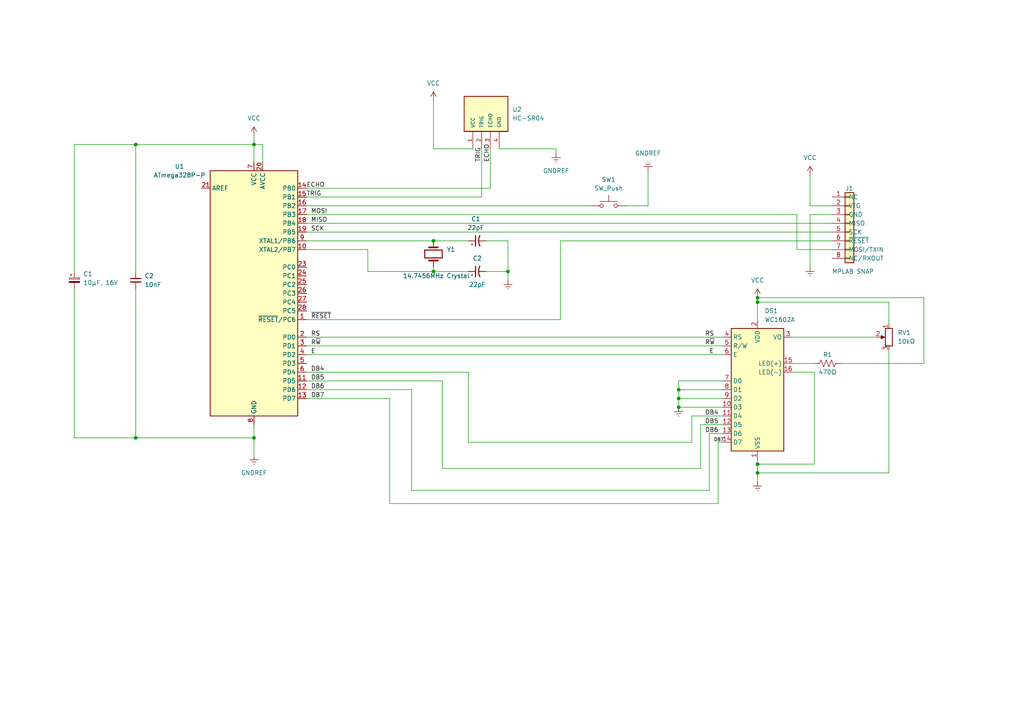
<source format=kicad_sch>
(kicad_sch (version 20211123) (generator eeschema)

  (uuid ed8d0c76-b4e4-44be-927e-1598f9d61176)

  (paper "A4")

  (title_block
    (title "ECE 312 Lab 2: Ultrasonic Range Finder")
    (company "University of Alberta")
    (comment 1 "ISP Mode")
    (comment 2 "R1 is used to reduce the voltage on the LED+ pin")
  )

  (lib_symbols
    (symbol "Connector_Generic:Conn_01x08" (pin_names (offset 1.016)) (in_bom yes) (on_board yes)
      (property "Reference" "J1" (id 0) (at -1.27 10.16 0)
        (effects (font (size 1.27 1.27)) (justify left))
      )
      (property "Value" "MPLAB SNAP" (id 1) (at -5.08 -13.97 0)
        (effects (font (size 1.27 1.27)) (justify left))
      )
      (property "Footprint" "" (id 2) (at 0 0 0)
        (effects (font (size 1.27 1.27)) hide)
      )
      (property "Datasheet" "~" (id 3) (at 0 0 0)
        (effects (font (size 1.27 1.27)) hide)
      )
      (property "ki_keywords" "connector" (id 4) (at 0 0 0)
        (effects (font (size 1.27 1.27)) hide)
      )
      (property "ki_description" "Generic connector, single row, 01x08, script generated (kicad-library-utils/schlib/autogen/connector/)" (id 5) (at 0 0 0)
        (effects (font (size 1.27 1.27)) hide)
      )
      (property "ki_fp_filters" "Connector*:*_1x??_*" (id 6) (at 0 0 0)
        (effects (font (size 1.27 1.27)) hide)
      )
      (symbol "Conn_01x08_1_1"
        (rectangle (start -1.27 -10.033) (end 0 -10.287)
          (stroke (width 0.1524) (type default) (color 0 0 0 0))
          (fill (type none))
        )
        (rectangle (start -1.27 -7.493) (end 0 -7.747)
          (stroke (width 0.1524) (type default) (color 0 0 0 0))
          (fill (type none))
        )
        (rectangle (start -1.27 -4.953) (end 0 -5.207)
          (stroke (width 0.1524) (type default) (color 0 0 0 0))
          (fill (type none))
        )
        (rectangle (start -1.27 -2.413) (end 0 -2.667)
          (stroke (width 0.1524) (type default) (color 0 0 0 0))
          (fill (type none))
        )
        (rectangle (start -1.27 0.127) (end 0 -0.127)
          (stroke (width 0.1524) (type default) (color 0 0 0 0))
          (fill (type none))
        )
        (rectangle (start -1.27 2.667) (end 0 2.413)
          (stroke (width 0.1524) (type default) (color 0 0 0 0))
          (fill (type none))
        )
        (rectangle (start -1.27 5.207) (end 0 4.953)
          (stroke (width 0.1524) (type default) (color 0 0 0 0))
          (fill (type none))
        )
        (rectangle (start -1.27 7.747) (end 0 7.493)
          (stroke (width 0.1524) (type default) (color 0 0 0 0))
          (fill (type none))
        )
        (rectangle (start -1.27 8.89) (end 1.27 -11.43)
          (stroke (width 0.254) (type default) (color 0 0 0 0))
          (fill (type background))
        )
        (pin passive line (at -5.08 7.62 0) (length 3.81)
          (name "NC" (effects (font (size 1.27 1.27))))
          (number "1" (effects (font (size 1.27 1.27))))
        )
        (pin passive line (at -5.08 5.08 0) (length 3.81)
          (name "VTG" (effects (font (size 1.27 1.27))))
          (number "2" (effects (font (size 1.27 1.27))))
        )
        (pin passive line (at -5.08 2.54 0) (length 3.81)
          (name "GND" (effects (font (size 1.27 1.27))))
          (number "3" (effects (font (size 1.27 1.27))))
        )
        (pin passive line (at -5.08 0 0) (length 3.81)
          (name "MISO" (effects (font (size 1.27 1.27))))
          (number "4" (effects (font (size 1.27 1.27))))
        )
        (pin passive line (at -5.08 -2.54 0) (length 3.81)
          (name "SCK" (effects (font (size 1.27 1.27))))
          (number "5" (effects (font (size 1.27 1.27))))
        )
        (pin passive line (at -5.08 -5.08 0) (length 3.81)
          (name "~{RESET}" (effects (font (size 1.27 1.27))))
          (number "6" (effects (font (size 1.27 1.27))))
        )
        (pin passive line (at -5.08 -7.62 0) (length 3.81)
          (name "MOSI/TXIN" (effects (font (size 1.27 1.27))))
          (number "7" (effects (font (size 1.27 1.27))))
        )
        (pin passive line (at -5.08 -10.16 0) (length 3.81)
          (name "NC/RXOUT" (effects (font (size 1.27 1.27))))
          (number "8" (effects (font (size 1.27 1.27))))
        )
      )
    )
    (symbol "Device:C_Polarized_Small" (pin_numbers hide) (pin_names (offset 0.254) hide) (in_bom yes) (on_board yes)
      (property "Reference" "C" (id 0) (at 0.254 1.778 0)
        (effects (font (size 1.27 1.27)) (justify left))
      )
      (property "Value" "C_Polarized_Small" (id 1) (at 0.254 -2.032 0)
        (effects (font (size 1.27 1.27)) (justify left))
      )
      (property "Footprint" "" (id 2) (at 0 0 0)
        (effects (font (size 1.27 1.27)) hide)
      )
      (property "Datasheet" "~" (id 3) (at 0 0 0)
        (effects (font (size 1.27 1.27)) hide)
      )
      (property "ki_keywords" "cap capacitor" (id 4) (at 0 0 0)
        (effects (font (size 1.27 1.27)) hide)
      )
      (property "ki_description" "Polarized capacitor, small symbol" (id 5) (at 0 0 0)
        (effects (font (size 1.27 1.27)) hide)
      )
      (property "ki_fp_filters" "CP_*" (id 6) (at 0 0 0)
        (effects (font (size 1.27 1.27)) hide)
      )
      (symbol "C_Polarized_Small_0_1"
        (rectangle (start -1.524 -0.3048) (end 1.524 -0.6858)
          (stroke (width 0) (type default) (color 0 0 0 0))
          (fill (type outline))
        )
        (rectangle (start -1.524 0.6858) (end 1.524 0.3048)
          (stroke (width 0) (type default) (color 0 0 0 0))
          (fill (type none))
        )
        (polyline
          (pts
            (xy -1.27 1.524)
            (xy -0.762 1.524)
          )
          (stroke (width 0) (type default) (color 0 0 0 0))
          (fill (type none))
        )
        (polyline
          (pts
            (xy -1.016 1.27)
            (xy -1.016 1.778)
          )
          (stroke (width 0) (type default) (color 0 0 0 0))
          (fill (type none))
        )
      )
      (symbol "C_Polarized_Small_1_1"
        (pin passive line (at 0 2.54 270) (length 1.8542)
          (name "~" (effects (font (size 1.27 1.27))))
          (number "1" (effects (font (size 1.27 1.27))))
        )
        (pin passive line (at 0 -2.54 90) (length 1.8542)
          (name "~" (effects (font (size 1.27 1.27))))
          (number "2" (effects (font (size 1.27 1.27))))
        )
      )
    )
    (symbol "Device:C_Polarized_Small_US" (pin_numbers hide) (pin_names (offset 0.254) hide) (in_bom yes) (on_board yes)
      (property "Reference" "C" (id 0) (at 0.254 1.778 0)
        (effects (font (size 1.27 1.27)) (justify left))
      )
      (property "Value" "C_Polarized_Small_US" (id 1) (at 0.254 -2.032 0)
        (effects (font (size 1.27 1.27)) (justify left))
      )
      (property "Footprint" "" (id 2) (at 0 0 0)
        (effects (font (size 1.27 1.27)) hide)
      )
      (property "Datasheet" "~" (id 3) (at 0 0 0)
        (effects (font (size 1.27 1.27)) hide)
      )
      (property "ki_keywords" "cap capacitor" (id 4) (at 0 0 0)
        (effects (font (size 1.27 1.27)) hide)
      )
      (property "ki_description" "Polarized capacitor, small US symbol" (id 5) (at 0 0 0)
        (effects (font (size 1.27 1.27)) hide)
      )
      (property "ki_fp_filters" "CP_*" (id 6) (at 0 0 0)
        (effects (font (size 1.27 1.27)) hide)
      )
      (symbol "C_Polarized_Small_US_0_1"
        (polyline
          (pts
            (xy -1.524 0.508)
            (xy 1.524 0.508)
          )
          (stroke (width 0.3048) (type default) (color 0 0 0 0))
          (fill (type none))
        )
        (polyline
          (pts
            (xy -1.27 1.524)
            (xy -0.762 1.524)
          )
          (stroke (width 0) (type default) (color 0 0 0 0))
          (fill (type none))
        )
        (polyline
          (pts
            (xy -1.016 1.27)
            (xy -1.016 1.778)
          )
          (stroke (width 0) (type default) (color 0 0 0 0))
          (fill (type none))
        )
        (arc (start 1.524 -0.762) (mid 0 -0.3734) (end -1.524 -0.762)
          (stroke (width 0.3048) (type default) (color 0 0 0 0))
          (fill (type none))
        )
      )
      (symbol "C_Polarized_Small_US_1_1"
        (pin passive line (at 0 2.54 270) (length 2.032)
          (name "~" (effects (font (size 1.27 1.27))))
          (number "1" (effects (font (size 1.27 1.27))))
        )
        (pin passive line (at 0 -2.54 90) (length 2.032)
          (name "~" (effects (font (size 1.27 1.27))))
          (number "2" (effects (font (size 1.27 1.27))))
        )
      )
    )
    (symbol "Device:C_Small" (pin_numbers hide) (pin_names (offset 0.254) hide) (in_bom yes) (on_board yes)
      (property "Reference" "C" (id 0) (at 0.254 1.778 0)
        (effects (font (size 1.27 1.27)) (justify left))
      )
      (property "Value" "C_Small" (id 1) (at 0.254 -2.032 0)
        (effects (font (size 1.27 1.27)) (justify left))
      )
      (property "Footprint" "" (id 2) (at 0 0 0)
        (effects (font (size 1.27 1.27)) hide)
      )
      (property "Datasheet" "~" (id 3) (at 0 0 0)
        (effects (font (size 1.27 1.27)) hide)
      )
      (property "ki_keywords" "capacitor cap" (id 4) (at 0 0 0)
        (effects (font (size 1.27 1.27)) hide)
      )
      (property "ki_description" "Unpolarized capacitor, small symbol" (id 5) (at 0 0 0)
        (effects (font (size 1.27 1.27)) hide)
      )
      (property "ki_fp_filters" "C_*" (id 6) (at 0 0 0)
        (effects (font (size 1.27 1.27)) hide)
      )
      (symbol "C_Small_0_1"
        (polyline
          (pts
            (xy -1.524 -0.508)
            (xy 1.524 -0.508)
          )
          (stroke (width 0.3302) (type default) (color 0 0 0 0))
          (fill (type none))
        )
        (polyline
          (pts
            (xy -1.524 0.508)
            (xy 1.524 0.508)
          )
          (stroke (width 0.3048) (type default) (color 0 0 0 0))
          (fill (type none))
        )
      )
      (symbol "C_Small_1_1"
        (pin passive line (at 0 2.54 270) (length 2.032)
          (name "~" (effects (font (size 1.27 1.27))))
          (number "1" (effects (font (size 1.27 1.27))))
        )
        (pin passive line (at 0 -2.54 90) (length 2.032)
          (name "~" (effects (font (size 1.27 1.27))))
          (number "2" (effects (font (size 1.27 1.27))))
        )
      )
    )
    (symbol "Device:Crystal" (pin_numbers hide) (pin_names (offset 1.016) hide) (in_bom yes) (on_board yes)
      (property "Reference" "Y" (id 0) (at 0 3.81 0)
        (effects (font (size 1.27 1.27)))
      )
      (property "Value" "Crystal" (id 1) (at 0 -3.81 0)
        (effects (font (size 1.27 1.27)))
      )
      (property "Footprint" "" (id 2) (at 0 0 0)
        (effects (font (size 1.27 1.27)) hide)
      )
      (property "Datasheet" "~" (id 3) (at 0 0 0)
        (effects (font (size 1.27 1.27)) hide)
      )
      (property "ki_keywords" "quartz ceramic resonator oscillator" (id 4) (at 0 0 0)
        (effects (font (size 1.27 1.27)) hide)
      )
      (property "ki_description" "Two pin crystal" (id 5) (at 0 0 0)
        (effects (font (size 1.27 1.27)) hide)
      )
      (property "ki_fp_filters" "Crystal*" (id 6) (at 0 0 0)
        (effects (font (size 1.27 1.27)) hide)
      )
      (symbol "Crystal_0_1"
        (rectangle (start -1.143 2.54) (end 1.143 -2.54)
          (stroke (width 0.3048) (type default) (color 0 0 0 0))
          (fill (type none))
        )
        (polyline
          (pts
            (xy -2.54 0)
            (xy -1.905 0)
          )
          (stroke (width 0) (type default) (color 0 0 0 0))
          (fill (type none))
        )
        (polyline
          (pts
            (xy -1.905 -1.27)
            (xy -1.905 1.27)
          )
          (stroke (width 0.508) (type default) (color 0 0 0 0))
          (fill (type none))
        )
        (polyline
          (pts
            (xy 1.905 -1.27)
            (xy 1.905 1.27)
          )
          (stroke (width 0.508) (type default) (color 0 0 0 0))
          (fill (type none))
        )
        (polyline
          (pts
            (xy 2.54 0)
            (xy 1.905 0)
          )
          (stroke (width 0) (type default) (color 0 0 0 0))
          (fill (type none))
        )
      )
      (symbol "Crystal_1_1"
        (pin passive line (at -3.81 0 0) (length 1.27)
          (name "1" (effects (font (size 1.27 1.27))))
          (number "1" (effects (font (size 1.27 1.27))))
        )
        (pin passive line (at 3.81 0 180) (length 1.27)
          (name "2" (effects (font (size 1.27 1.27))))
          (number "2" (effects (font (size 1.27 1.27))))
        )
      )
    )
    (symbol "Device:R_Potentiometer" (pin_names (offset 1.016) hide) (in_bom yes) (on_board yes)
      (property "Reference" "RV" (id 0) (at -4.445 0 90)
        (effects (font (size 1.27 1.27)))
      )
      (property "Value" "R_Potentiometer" (id 1) (at -2.54 0 90)
        (effects (font (size 1.27 1.27)))
      )
      (property "Footprint" "" (id 2) (at 0 0 0)
        (effects (font (size 1.27 1.27)) hide)
      )
      (property "Datasheet" "~" (id 3) (at 0 0 0)
        (effects (font (size 1.27 1.27)) hide)
      )
      (property "ki_keywords" "resistor variable" (id 4) (at 0 0 0)
        (effects (font (size 1.27 1.27)) hide)
      )
      (property "ki_description" "Potentiometer" (id 5) (at 0 0 0)
        (effects (font (size 1.27 1.27)) hide)
      )
      (property "ki_fp_filters" "Potentiometer*" (id 6) (at 0 0 0)
        (effects (font (size 1.27 1.27)) hide)
      )
      (symbol "R_Potentiometer_0_1"
        (polyline
          (pts
            (xy 2.54 0)
            (xy 1.524 0)
          )
          (stroke (width 0) (type default) (color 0 0 0 0))
          (fill (type none))
        )
        (polyline
          (pts
            (xy 1.143 0)
            (xy 2.286 0.508)
            (xy 2.286 -0.508)
            (xy 1.143 0)
          )
          (stroke (width 0) (type default) (color 0 0 0 0))
          (fill (type outline))
        )
        (rectangle (start 1.016 2.54) (end -1.016 -2.54)
          (stroke (width 0.254) (type default) (color 0 0 0 0))
          (fill (type none))
        )
      )
      (symbol "R_Potentiometer_1_1"
        (pin passive line (at 0 3.81 270) (length 1.27)
          (name "1" (effects (font (size 1.27 1.27))))
          (number "1" (effects (font (size 1.27 1.27))))
        )
        (pin passive line (at 3.81 0 180) (length 1.27)
          (name "2" (effects (font (size 1.27 1.27))))
          (number "2" (effects (font (size 1.27 1.27))))
        )
        (pin passive line (at 0 -3.81 90) (length 1.27)
          (name "3" (effects (font (size 1.27 1.27))))
          (number "3" (effects (font (size 1.27 1.27))))
        )
      )
    )
    (symbol "Device:R_US" (pin_numbers hide) (pin_names (offset 0)) (in_bom yes) (on_board yes)
      (property "Reference" "R" (id 0) (at 2.54 0 90)
        (effects (font (size 1.27 1.27)))
      )
      (property "Value" "R_US" (id 1) (at -2.54 0 90)
        (effects (font (size 1.27 1.27)))
      )
      (property "Footprint" "" (id 2) (at 1.016 -0.254 90)
        (effects (font (size 1.27 1.27)) hide)
      )
      (property "Datasheet" "~" (id 3) (at 0 0 0)
        (effects (font (size 1.27 1.27)) hide)
      )
      (property "ki_keywords" "R res resistor" (id 4) (at 0 0 0)
        (effects (font (size 1.27 1.27)) hide)
      )
      (property "ki_description" "Resistor, US symbol" (id 5) (at 0 0 0)
        (effects (font (size 1.27 1.27)) hide)
      )
      (property "ki_fp_filters" "R_*" (id 6) (at 0 0 0)
        (effects (font (size 1.27 1.27)) hide)
      )
      (symbol "R_US_0_1"
        (polyline
          (pts
            (xy 0 -2.286)
            (xy 0 -2.54)
          )
          (stroke (width 0) (type default) (color 0 0 0 0))
          (fill (type none))
        )
        (polyline
          (pts
            (xy 0 2.286)
            (xy 0 2.54)
          )
          (stroke (width 0) (type default) (color 0 0 0 0))
          (fill (type none))
        )
        (polyline
          (pts
            (xy 0 -0.762)
            (xy 1.016 -1.143)
            (xy 0 -1.524)
            (xy -1.016 -1.905)
            (xy 0 -2.286)
          )
          (stroke (width 0) (type default) (color 0 0 0 0))
          (fill (type none))
        )
        (polyline
          (pts
            (xy 0 0.762)
            (xy 1.016 0.381)
            (xy 0 0)
            (xy -1.016 -0.381)
            (xy 0 -0.762)
          )
          (stroke (width 0) (type default) (color 0 0 0 0))
          (fill (type none))
        )
        (polyline
          (pts
            (xy 0 2.286)
            (xy 1.016 1.905)
            (xy 0 1.524)
            (xy -1.016 1.143)
            (xy 0 0.762)
          )
          (stroke (width 0) (type default) (color 0 0 0 0))
          (fill (type none))
        )
      )
      (symbol "R_US_1_1"
        (pin passive line (at 0 3.81 270) (length 1.27)
          (name "~" (effects (font (size 1.27 1.27))))
          (number "1" (effects (font (size 1.27 1.27))))
        )
        (pin passive line (at 0 -3.81 90) (length 1.27)
          (name "~" (effects (font (size 1.27 1.27))))
          (number "2" (effects (font (size 1.27 1.27))))
        )
      )
    )
    (symbol "Display_Character:WC1602A" (in_bom yes) (on_board yes)
      (property "Reference" "DS1" (id 0) (at 2.0194 22.86 0)
        (effects (font (size 1.27 1.27)) (justify left))
      )
      (property "Value" "WC1602A" (id 1) (at 2.0194 20.32 0)
        (effects (font (size 1.27 1.27)) (justify left))
      )
      (property "Footprint" "Display:WC1602A" (id 2) (at 0 -22.86 0)
        (effects (font (size 1.27 1.27) italic) hide)
      )
      (property "Datasheet" "http://www.wincomlcd.com/pdf/WC1602A-SFYLYHTC06.pdf" (id 3) (at 17.78 0 0)
        (effects (font (size 1.27 1.27)) hide)
      )
      (property "ki_keywords" "display LCD dot-matrix" (id 4) (at 0 0 0)
        (effects (font (size 1.27 1.27)) hide)
      )
      (property "ki_description" "LCD 16x2 Alphanumeric , 8 bit parallel bus, 5V VDD" (id 5) (at 0 0 0)
        (effects (font (size 1.27 1.27)) hide)
      )
      (property "ki_fp_filters" "*WC*1602A*" (id 6) (at 0 0 0)
        (effects (font (size 1.27 1.27)) hide)
      )
      (symbol "WC1602A_1_1"
        (rectangle (start -7.62 17.78) (end 7.62 -17.78)
          (stroke (width 0.254) (type default) (color 0 0 0 0))
          (fill (type background))
        )
        (pin power_in line (at 0 -20.32 90) (length 2.54)
          (name "VSS" (effects (font (size 1.27 1.27))))
          (number "1" (effects (font (size 1.27 1.27))))
        )
        (pin input line (at -10.16 -5.08 0) (length 2.54)
          (name "D3" (effects (font (size 1.27 1.27))))
          (number "10" (effects (font (size 1.27 1.27))))
        )
        (pin input line (at -10.16 -7.62 0) (length 2.54)
          (name "D4" (effects (font (size 1.27 1.27))))
          (number "11" (effects (font (size 1.27 1.27))))
        )
        (pin input line (at -10.16 -10.16 0) (length 2.54)
          (name "D5" (effects (font (size 1.27 1.27))))
          (number "12" (effects (font (size 1.27 1.27))))
        )
        (pin input line (at -10.16 -12.7 0) (length 2.54)
          (name "D6" (effects (font (size 1.27 1.27))))
          (number "13" (effects (font (size 1.27 1.27))))
        )
        (pin input line (at -10.16 -15.24 0) (length 2.54)
          (name "D7" (effects (font (size 1.27 1.27))))
          (number "14" (effects (font (size 1.27 1.27))))
        )
        (pin power_in line (at 10.16 7.62 180) (length 2.54)
          (name "LED(+)" (effects (font (size 1.27 1.27))))
          (number "15" (effects (font (size 1.27 1.27))))
        )
        (pin power_in line (at 10.16 5.08 180) (length 2.54)
          (name "LED(-)" (effects (font (size 1.27 1.27))))
          (number "16" (effects (font (size 1.27 1.27))))
        )
        (pin power_in line (at 0 20.32 270) (length 2.54)
          (name "VDD" (effects (font (size 1.27 1.27))))
          (number "2" (effects (font (size 1.27 1.27))))
        )
        (pin input line (at 10.16 15.24 180) (length 2.54)
          (name "VO" (effects (font (size 1.27 1.27))))
          (number "3" (effects (font (size 1.27 1.27))))
        )
        (pin input line (at -10.16 15.24 0) (length 2.54)
          (name "RS" (effects (font (size 1.27 1.27))))
          (number "4" (effects (font (size 1.27 1.27))))
        )
        (pin input line (at -10.16 12.7 0) (length 2.54)
          (name "R/W" (effects (font (size 1.27 1.27))))
          (number "5" (effects (font (size 1.27 1.27))))
        )
        (pin input line (at -10.16 10.16 0) (length 2.54)
          (name "E" (effects (font (size 1.27 1.27))))
          (number "6" (effects (font (size 1.27 1.27))))
        )
        (pin input line (at -10.16 2.54 0) (length 2.54)
          (name "D0" (effects (font (size 1.27 1.27))))
          (number "7" (effects (font (size 1.27 1.27))))
        )
        (pin input line (at -10.16 0 0) (length 2.54)
          (name "D1" (effects (font (size 1.27 1.27))))
          (number "8" (effects (font (size 1.27 1.27))))
        )
        (pin input line (at -10.16 -2.54 0) (length 2.54)
          (name "D2" (effects (font (size 1.27 1.27))))
          (number "9" (effects (font (size 1.27 1.27))))
        )
      )
    )
    (symbol "HC-SR04:HC-SR04" (pin_names (offset 1.016)) (in_bom yes) (on_board yes)
      (property "Reference" "U" (id 0) (at 0 5.08 0)
        (effects (font (size 1.27 1.27)) (justify left bottom))
      )
      (property "Value" "HC-SR04" (id 1) (at 0 -10.16 0)
        (effects (font (size 1.27 1.27)) (justify left bottom))
      )
      (property "Footprint" "XCVR_HC-SR04" (id 2) (at 0 0 0)
        (effects (font (size 1.27 1.27)) (justify left bottom) hide)
      )
      (property "Datasheet" "" (id 3) (at 0 0 0)
        (effects (font (size 1.27 1.27)) (justify left bottom) hide)
      )
      (property "MANUFACTURER" "Osepp" (id 4) (at 0 0 0)
        (effects (font (size 1.27 1.27)) (justify left bottom) hide)
      )
      (property "ki_locked" "" (id 5) (at 0 0 0)
        (effects (font (size 1.27 1.27)))
      )
      (symbol "HC-SR04_0_0"
        (rectangle (start 0 -7.62) (end 10.16 5.08)
          (stroke (width 0.254) (type default) (color 0 0 0 0))
          (fill (type background))
        )
        (polyline
          (pts
            (xy 0 5.08)
            (xy 0 -7.62)
          )
          (stroke (width 0.254) (type default) (color 0 0 0 0))
          (fill (type none))
        )
        (pin power_in line (at -5.08 2.54 0) (length 5.08)
          (name "VCC" (effects (font (size 1.016 1.016))))
          (number "1" (effects (font (size 1.016 1.016))))
        )
        (pin bidirectional line (at -5.08 0 0) (length 5.08)
          (name "TRIG" (effects (font (size 1.016 1.016))))
          (number "2" (effects (font (size 1.016 1.016))))
        )
        (pin bidirectional line (at -5.08 -2.54 0) (length 5.08)
          (name "ECHO" (effects (font (size 1.016 1.016))))
          (number "3" (effects (font (size 1.016 1.016))))
        )
        (pin power_in line (at -5.08 -5.08 0) (length 5.08)
          (name "GND" (effects (font (size 1.016 1.016))))
          (number "4" (effects (font (size 1.016 1.016))))
        )
      )
    )
    (symbol "MCU_Microchip_ATmega:ATmega328P-P" (in_bom yes) (on_board yes)
      (property "Reference" "U" (id 0) (at -12.7 36.83 0)
        (effects (font (size 1.27 1.27)) (justify left bottom))
      )
      (property "Value" "ATmega328P-P" (id 1) (at 2.54 -36.83 0)
        (effects (font (size 1.27 1.27)) (justify left top))
      )
      (property "Footprint" "Package_DIP:DIP-28_W7.62mm" (id 2) (at 0 0 0)
        (effects (font (size 1.27 1.27) italic) hide)
      )
      (property "Datasheet" "http://ww1.microchip.com/downloads/en/DeviceDoc/ATmega328_P%20AVR%20MCU%20with%20picoPower%20Technology%20Data%20Sheet%2040001984A.pdf" (id 3) (at 0 0 0)
        (effects (font (size 1.27 1.27)) hide)
      )
      (property "ki_keywords" "AVR 8bit Microcontroller MegaAVR PicoPower" (id 4) (at 0 0 0)
        (effects (font (size 1.27 1.27)) hide)
      )
      (property "ki_description" "20MHz, 32kB Flash, 2kB SRAM, 1kB EEPROM, DIP-28" (id 5) (at 0 0 0)
        (effects (font (size 1.27 1.27)) hide)
      )
      (property "ki_fp_filters" "DIP*W7.62mm*" (id 6) (at 0 0 0)
        (effects (font (size 1.27 1.27)) hide)
      )
      (symbol "ATmega328P-P_0_1"
        (rectangle (start -12.7 -35.56) (end 12.7 35.56)
          (stroke (width 0.254) (type default) (color 0 0 0 0))
          (fill (type background))
        )
      )
      (symbol "ATmega328P-P_1_1"
        (pin bidirectional line (at 15.24 -7.62 180) (length 2.54)
          (name "~{RESET}/PC6" (effects (font (size 1.27 1.27))))
          (number "1" (effects (font (size 1.27 1.27))))
        )
        (pin bidirectional line (at 15.24 12.7 180) (length 2.54)
          (name "XTAL2/PB7" (effects (font (size 1.27 1.27))))
          (number "10" (effects (font (size 1.27 1.27))))
        )
        (pin bidirectional line (at 15.24 -25.4 180) (length 2.54)
          (name "PD5" (effects (font (size 1.27 1.27))))
          (number "11" (effects (font (size 1.27 1.27))))
        )
        (pin bidirectional line (at 15.24 -27.94 180) (length 2.54)
          (name "PD6" (effects (font (size 1.27 1.27))))
          (number "12" (effects (font (size 1.27 1.27))))
        )
        (pin bidirectional line (at 15.24 -30.48 180) (length 2.54)
          (name "PD7" (effects (font (size 1.27 1.27))))
          (number "13" (effects (font (size 1.27 1.27))))
        )
        (pin bidirectional line (at 15.24 30.48 180) (length 2.54)
          (name "PB0" (effects (font (size 1.27 1.27))))
          (number "14" (effects (font (size 1.27 1.27))))
        )
        (pin bidirectional line (at 15.24 27.94 180) (length 2.54)
          (name "PB1" (effects (font (size 1.27 1.27))))
          (number "15" (effects (font (size 1.27 1.27))))
        )
        (pin bidirectional line (at 15.24 25.4 180) (length 2.54)
          (name "PB2" (effects (font (size 1.27 1.27))))
          (number "16" (effects (font (size 1.27 1.27))))
        )
        (pin bidirectional line (at 15.24 22.86 180) (length 2.54)
          (name "PB3" (effects (font (size 1.27 1.27))))
          (number "17" (effects (font (size 1.27 1.27))))
        )
        (pin bidirectional line (at 15.24 20.32 180) (length 2.54)
          (name "PB4" (effects (font (size 1.27 1.27))))
          (number "18" (effects (font (size 1.27 1.27))))
        )
        (pin bidirectional line (at 15.24 17.78 180) (length 2.54)
          (name "PB5" (effects (font (size 1.27 1.27))))
          (number "19" (effects (font (size 1.27 1.27))))
        )
        (pin bidirectional line (at 15.24 -12.7 180) (length 2.54)
          (name "PD0" (effects (font (size 1.27 1.27))))
          (number "2" (effects (font (size 1.27 1.27))))
        )
        (pin power_in line (at 2.54 38.1 270) (length 2.54)
          (name "AVCC" (effects (font (size 1.27 1.27))))
          (number "20" (effects (font (size 1.27 1.27))))
        )
        (pin passive line (at -15.24 30.48 0) (length 2.54)
          (name "AREF" (effects (font (size 1.27 1.27))))
          (number "21" (effects (font (size 1.27 1.27))))
        )
        (pin passive line (at 0 -38.1 90) (length 2.54) hide
          (name "GND" (effects (font (size 1.27 1.27))))
          (number "22" (effects (font (size 1.27 1.27))))
        )
        (pin bidirectional line (at 15.24 7.62 180) (length 2.54)
          (name "PC0" (effects (font (size 1.27 1.27))))
          (number "23" (effects (font (size 1.27 1.27))))
        )
        (pin bidirectional line (at 15.24 5.08 180) (length 2.54)
          (name "PC1" (effects (font (size 1.27 1.27))))
          (number "24" (effects (font (size 1.27 1.27))))
        )
        (pin bidirectional line (at 15.24 2.54 180) (length 2.54)
          (name "PC2" (effects (font (size 1.27 1.27))))
          (number "25" (effects (font (size 1.27 1.27))))
        )
        (pin bidirectional line (at 15.24 0 180) (length 2.54)
          (name "PC3" (effects (font (size 1.27 1.27))))
          (number "26" (effects (font (size 1.27 1.27))))
        )
        (pin bidirectional line (at 15.24 -2.54 180) (length 2.54)
          (name "PC4" (effects (font (size 1.27 1.27))))
          (number "27" (effects (font (size 1.27 1.27))))
        )
        (pin bidirectional line (at 15.24 -5.08 180) (length 2.54)
          (name "PC5" (effects (font (size 1.27 1.27))))
          (number "28" (effects (font (size 1.27 1.27))))
        )
        (pin bidirectional line (at 15.24 -15.24 180) (length 2.54)
          (name "PD1" (effects (font (size 1.27 1.27))))
          (number "3" (effects (font (size 1.27 1.27))))
        )
        (pin bidirectional line (at 15.24 -17.78 180) (length 2.54)
          (name "PD2" (effects (font (size 1.27 1.27))))
          (number "4" (effects (font (size 1.27 1.27))))
        )
        (pin bidirectional line (at 15.24 -20.32 180) (length 2.54)
          (name "PD3" (effects (font (size 1.27 1.27))))
          (number "5" (effects (font (size 1.27 1.27))))
        )
        (pin bidirectional line (at 15.24 -22.86 180) (length 2.54)
          (name "PD4" (effects (font (size 1.27 1.27))))
          (number "6" (effects (font (size 1.27 1.27))))
        )
        (pin power_in line (at 0 38.1 270) (length 2.54)
          (name "VCC" (effects (font (size 1.27 1.27))))
          (number "7" (effects (font (size 1.27 1.27))))
        )
        (pin power_in line (at 0 -38.1 90) (length 2.54)
          (name "GND" (effects (font (size 1.27 1.27))))
          (number "8" (effects (font (size 1.27 1.27))))
        )
        (pin bidirectional line (at 15.24 15.24 180) (length 2.54)
          (name "XTAL1/PB6" (effects (font (size 1.27 1.27))))
          (number "9" (effects (font (size 1.27 1.27))))
        )
      )
    )
    (symbol "Switch:SW_Push" (pin_numbers hide) (pin_names (offset 1.016) hide) (in_bom yes) (on_board yes)
      (property "Reference" "SW" (id 0) (at 1.27 2.54 0)
        (effects (font (size 1.27 1.27)) (justify left))
      )
      (property "Value" "SW_Push" (id 1) (at 0 -1.524 0)
        (effects (font (size 1.27 1.27)))
      )
      (property "Footprint" "" (id 2) (at 0 5.08 0)
        (effects (font (size 1.27 1.27)) hide)
      )
      (property "Datasheet" "~" (id 3) (at 0 5.08 0)
        (effects (font (size 1.27 1.27)) hide)
      )
      (property "ki_keywords" "switch normally-open pushbutton push-button" (id 4) (at 0 0 0)
        (effects (font (size 1.27 1.27)) hide)
      )
      (property "ki_description" "Push button switch, generic, two pins" (id 5) (at 0 0 0)
        (effects (font (size 1.27 1.27)) hide)
      )
      (symbol "SW_Push_0_1"
        (circle (center -2.032 0) (radius 0.508)
          (stroke (width 0) (type default) (color 0 0 0 0))
          (fill (type none))
        )
        (polyline
          (pts
            (xy 0 1.27)
            (xy 0 3.048)
          )
          (stroke (width 0) (type default) (color 0 0 0 0))
          (fill (type none))
        )
        (polyline
          (pts
            (xy 2.54 1.27)
            (xy -2.54 1.27)
          )
          (stroke (width 0) (type default) (color 0 0 0 0))
          (fill (type none))
        )
        (circle (center 2.032 0) (radius 0.508)
          (stroke (width 0) (type default) (color 0 0 0 0))
          (fill (type none))
        )
        (pin passive line (at -5.08 0 0) (length 2.54)
          (name "1" (effects (font (size 1.27 1.27))))
          (number "1" (effects (font (size 1.27 1.27))))
        )
        (pin passive line (at 5.08 0 180) (length 2.54)
          (name "2" (effects (font (size 1.27 1.27))))
          (number "2" (effects (font (size 1.27 1.27))))
        )
      )
    )
    (symbol "power:GNDREF" (power) (pin_names (offset 0)) (in_bom yes) (on_board yes)
      (property "Reference" "#PWR" (id 0) (at 0 -6.35 0)
        (effects (font (size 1.27 1.27)) hide)
      )
      (property "Value" "GNDREF" (id 1) (at 0 -3.81 0)
        (effects (font (size 1.27 1.27)))
      )
      (property "Footprint" "" (id 2) (at 0 0 0)
        (effects (font (size 1.27 1.27)) hide)
      )
      (property "Datasheet" "" (id 3) (at 0 0 0)
        (effects (font (size 1.27 1.27)) hide)
      )
      (property "ki_keywords" "power-flag" (id 4) (at 0 0 0)
        (effects (font (size 1.27 1.27)) hide)
      )
      (property "ki_description" "Power symbol creates a global label with name \"GNDREF\" , reference supply ground" (id 5) (at 0 0 0)
        (effects (font (size 1.27 1.27)) hide)
      )
      (symbol "GNDREF_0_1"
        (polyline
          (pts
            (xy -0.635 -1.905)
            (xy 0.635 -1.905)
          )
          (stroke (width 0) (type default) (color 0 0 0 0))
          (fill (type none))
        )
        (polyline
          (pts
            (xy -0.127 -2.54)
            (xy 0.127 -2.54)
          )
          (stroke (width 0) (type default) (color 0 0 0 0))
          (fill (type none))
        )
        (polyline
          (pts
            (xy 0 -1.27)
            (xy 0 0)
          )
          (stroke (width 0) (type default) (color 0 0 0 0))
          (fill (type none))
        )
        (polyline
          (pts
            (xy 1.27 -1.27)
            (xy -1.27 -1.27)
          )
          (stroke (width 0) (type default) (color 0 0 0 0))
          (fill (type none))
        )
      )
      (symbol "GNDREF_1_1"
        (pin power_in line (at 0 0 270) (length 0) hide
          (name "GNDREF" (effects (font (size 1.27 1.27))))
          (number "1" (effects (font (size 1.27 1.27))))
        )
      )
    )
    (symbol "power:VCC" (power) (pin_names (offset 0)) (in_bom yes) (on_board yes)
      (property "Reference" "#PWR" (id 0) (at 0 -3.81 0)
        (effects (font (size 1.27 1.27)) hide)
      )
      (property "Value" "VCC" (id 1) (at 0 3.81 0)
        (effects (font (size 1.27 1.27)))
      )
      (property "Footprint" "" (id 2) (at 0 0 0)
        (effects (font (size 1.27 1.27)) hide)
      )
      (property "Datasheet" "" (id 3) (at 0 0 0)
        (effects (font (size 1.27 1.27)) hide)
      )
      (property "ki_keywords" "power-flag" (id 4) (at 0 0 0)
        (effects (font (size 1.27 1.27)) hide)
      )
      (property "ki_description" "Power symbol creates a global label with name \"VCC\"" (id 5) (at 0 0 0)
        (effects (font (size 1.27 1.27)) hide)
      )
      (symbol "VCC_0_1"
        (polyline
          (pts
            (xy -0.762 1.27)
            (xy 0 2.54)
          )
          (stroke (width 0) (type default) (color 0 0 0 0))
          (fill (type none))
        )
        (polyline
          (pts
            (xy 0 0)
            (xy 0 2.54)
          )
          (stroke (width 0) (type default) (color 0 0 0 0))
          (fill (type none))
        )
        (polyline
          (pts
            (xy 0 2.54)
            (xy 0.762 1.27)
          )
          (stroke (width 0) (type default) (color 0 0 0 0))
          (fill (type none))
        )
      )
      (symbol "VCC_1_1"
        (pin power_in line (at 0 0 90) (length 0) hide
          (name "VCC" (effects (font (size 1.27 1.27))))
          (number "1" (effects (font (size 1.27 1.27))))
        )
      )
    )
  )

  (junction (at 73.66 41.91) (diameter 0) (color 0 0 0 0)
    (uuid 01d66d42-c15a-4e9a-ad97-e28adcff281d)
  )
  (junction (at 196.85 113.03) (diameter 0) (color 0 0 0 0)
    (uuid 3fb6e703-af83-4c2d-a2da-d35268d05090)
  )
  (junction (at 219.71 134.62) (diameter 0) (color 0 0 0 0)
    (uuid 56ce5e2d-c3fd-4565-a90f-3f124b931fd7)
  )
  (junction (at 196.85 118.11) (diameter 0) (color 0 0 0 0)
    (uuid 67701dc7-33cb-4ef8-b964-d2976435706b)
  )
  (junction (at 39.37 41.91) (diameter 0) (color 0 0 0 0)
    (uuid 707ef1cc-b0d9-4891-a337-dabbb1e8c14b)
  )
  (junction (at 219.71 137.16) (diameter 0) (color 0 0 0 0)
    (uuid 7a943282-ed4e-4fbc-93f1-b0017c2cbfcd)
  )
  (junction (at 125.73 69.85) (diameter 0) (color 0 0 0 0)
    (uuid 8be79621-f245-45d7-ba1f-589aa9ec3a96)
  )
  (junction (at 196.85 115.57) (diameter 0) (color 0 0 0 0)
    (uuid b011bfab-aa6c-46cf-bdad-a6bfde7cb7cb)
  )
  (junction (at 73.66 127) (diameter 0) (color 0 0 0 0)
    (uuid c31e6028-0c26-4ccd-a284-20e51008664a)
  )
  (junction (at 147.32 78.74) (diameter 0) (color 0 0 0 0)
    (uuid c48f7f24-f6c9-4bfb-ad07-02e6d83ebf4c)
  )
  (junction (at 219.71 86.36) (diameter 0) (color 0 0 0 0)
    (uuid de6f921a-700d-4768-9829-3d667ae484c7)
  )
  (junction (at 219.71 87.63) (diameter 0) (color 0 0 0 0)
    (uuid e11f1dc7-06da-433a-ad96-16e325a00027)
  )
  (junction (at 39.37 127) (diameter 0) (color 0 0 0 0)
    (uuid e4b6a1f6-1403-403c-85a2-a2a0f7953367)
  )
  (junction (at 125.73 78.74) (diameter 0) (color 0 0 0 0)
    (uuid fad1120e-c90f-47de-91e9-1d5456e01820)
  )

  (wire (pts (xy 88.9 72.39) (xy 106.68 72.39))
    (stroke (width 0) (type default) (color 0 0 0 0))
    (uuid 00b1992f-4188-478b-8c87-69040983e052)
  )
  (wire (pts (xy 113.03 146.05) (xy 208.28 146.05))
    (stroke (width 0) (type default) (color 0 0 0 0))
    (uuid 034d62bb-53e2-4c53-a710-bf063eeb874e)
  )
  (wire (pts (xy 135.89 107.95) (xy 135.89 128.27))
    (stroke (width 0) (type default) (color 0 0 0 0))
    (uuid 06631718-4acf-4260-a6fc-a4d6182dc3d3)
  )
  (wire (pts (xy 88.9 62.23) (xy 231.14 62.23))
    (stroke (width 0) (type default) (color 0 0 0 0))
    (uuid 07fbf0f5-e9e4-48b1-9c6d-c1972960b736)
  )
  (wire (pts (xy 229.87 97.79) (xy 254 97.79))
    (stroke (width 0) (type default) (color 0 0 0 0))
    (uuid 0ac5702d-fc68-41f7-82fd-4c89c8c777f7)
  )
  (wire (pts (xy 147.32 78.74) (xy 147.32 81.28))
    (stroke (width 0) (type default) (color 0 0 0 0))
    (uuid 0b703381-c483-4e7a-8b21-266f6768f562)
  )
  (wire (pts (xy 257.81 101.6) (xy 257.81 137.16))
    (stroke (width 0) (type default) (color 0 0 0 0))
    (uuid 0d422cb6-28ae-45fc-a05f-d0a31ea64e4c)
  )
  (wire (pts (xy 88.9 115.57) (xy 113.03 115.57))
    (stroke (width 0) (type default) (color 0 0 0 0))
    (uuid 11911c29-db61-4fa3-bce2-8c631d9b67bb)
  )
  (wire (pts (xy 234.95 59.69) (xy 234.95 50.8))
    (stroke (width 0) (type default) (color 0 0 0 0))
    (uuid 143c36d9-626d-4ac0-8a37-09054247ade7)
  )
  (wire (pts (xy 208.28 146.05) (xy 208.28 128.27))
    (stroke (width 0) (type default) (color 0 0 0 0))
    (uuid 1d9624bb-fc1e-42da-9bcb-e90246aa1f6d)
  )
  (wire (pts (xy 39.37 41.91) (xy 73.66 41.91))
    (stroke (width 0) (type default) (color 0 0 0 0))
    (uuid 22120a4b-018f-4fc7-8ff6-4a75eb6c014a)
  )
  (wire (pts (xy 236.22 134.62) (xy 219.71 134.62))
    (stroke (width 0) (type default) (color 0 0 0 0))
    (uuid 277e21ae-f7c8-4f37-be9c-b6888c09892a)
  )
  (wire (pts (xy 162.56 69.85) (xy 241.3 69.85))
    (stroke (width 0) (type default) (color 0 0 0 0))
    (uuid 286a6b5a-10b2-4609-ad86-7247279318c7)
  )
  (wire (pts (xy 88.9 69.85) (xy 125.73 69.85))
    (stroke (width 0) (type default) (color 0 0 0 0))
    (uuid 2a618285-b781-4747-b98d-e3ec9f267641)
  )
  (wire (pts (xy 229.87 105.41) (xy 236.22 105.41))
    (stroke (width 0) (type default) (color 0 0 0 0))
    (uuid 2dd7523a-35e7-466a-abfc-cb9c2aee50d9)
  )
  (wire (pts (xy 88.9 113.03) (xy 119.38 113.03))
    (stroke (width 0) (type default) (color 0 0 0 0))
    (uuid 32919dc4-80b6-4c10-b0ae-3bf4fe22d3dc)
  )
  (wire (pts (xy 139.7 43.18) (xy 139.7 57.15))
    (stroke (width 0) (type default) (color 0 0 0 0))
    (uuid 3516f5a6-8a4e-4e2a-9fd8-39e37e92894c)
  )
  (wire (pts (xy 137.16 43.18) (xy 125.73 43.18))
    (stroke (width 0) (type default) (color 0 0 0 0))
    (uuid 37462fa1-bfe3-4dbf-b702-98ff84e114fe)
  )
  (wire (pts (xy 106.68 72.39) (xy 106.68 78.74))
    (stroke (width 0) (type default) (color 0 0 0 0))
    (uuid 39e87f68-6f85-45f9-ae52-dd52a223ae7c)
  )
  (wire (pts (xy 135.89 128.27) (xy 200.66 128.27))
    (stroke (width 0) (type default) (color 0 0 0 0))
    (uuid 3a37eda6-20de-491c-9ee4-9e53bf1fd102)
  )
  (wire (pts (xy 241.3 62.23) (xy 234.95 62.23))
    (stroke (width 0) (type default) (color 0 0 0 0))
    (uuid 3d411e8e-e32d-4ced-bf60-abe4d199217a)
  )
  (wire (pts (xy 267.97 105.41) (xy 267.97 86.36))
    (stroke (width 0) (type default) (color 0 0 0 0))
    (uuid 4064e734-2ce6-4d1c-8792-6a42644daf2a)
  )
  (wire (pts (xy 257.81 137.16) (xy 219.71 137.16))
    (stroke (width 0) (type default) (color 0 0 0 0))
    (uuid 45d80d7f-cbf0-4cc4-83f5-4cc3c2bde9cd)
  )
  (wire (pts (xy 142.24 43.18) (xy 142.24 54.61))
    (stroke (width 0) (type default) (color 0 0 0 0))
    (uuid 47342d34-b5ea-4190-ae69-be15a03d3c73)
  )
  (wire (pts (xy 162.56 92.71) (xy 162.56 69.85))
    (stroke (width 0) (type default) (color 0 0 0 0))
    (uuid 47baaed7-b222-4ffc-85ff-739d74a158e5)
  )
  (wire (pts (xy 39.37 83.82) (xy 39.37 127))
    (stroke (width 0) (type default) (color 0 0 0 0))
    (uuid 4c48f0bd-c07e-43a8-b58f-76f1f423ffb7)
  )
  (wire (pts (xy 267.97 86.36) (xy 219.71 86.36))
    (stroke (width 0) (type default) (color 0 0 0 0))
    (uuid 4f81f8c2-eed1-4e1e-958b-d301d48ff1b3)
  )
  (wire (pts (xy 219.71 137.16) (xy 219.71 139.7))
    (stroke (width 0) (type default) (color 0 0 0 0))
    (uuid 549a4f96-2904-4837-952d-9011b1dd6dee)
  )
  (wire (pts (xy 135.89 78.74) (xy 125.73 78.74))
    (stroke (width 0) (type default) (color 0 0 0 0))
    (uuid 5546ea10-7f78-424a-94cd-89c1825841d5)
  )
  (wire (pts (xy 106.68 78.74) (xy 125.73 78.74))
    (stroke (width 0) (type default) (color 0 0 0 0))
    (uuid 57276c76-c7ee-46bd-9c11-ec9d93dc67ed)
  )
  (wire (pts (xy 209.55 113.03) (xy 196.85 113.03))
    (stroke (width 0) (type default) (color 0 0 0 0))
    (uuid 5cf710c0-83c0-4df6-81a0-74fa544bc63d)
  )
  (wire (pts (xy 203.2 135.89) (xy 203.2 123.19))
    (stroke (width 0) (type default) (color 0 0 0 0))
    (uuid 5d24f317-c556-41b6-a16f-b63e8a8053a3)
  )
  (wire (pts (xy 196.85 115.57) (xy 196.85 118.11))
    (stroke (width 0) (type default) (color 0 0 0 0))
    (uuid 5f92b648-2653-4b95-8c4e-89fc903b7ab8)
  )
  (wire (pts (xy 76.2 46.99) (xy 76.2 41.91))
    (stroke (width 0) (type default) (color 0 0 0 0))
    (uuid 5fc8b61f-6c3b-4027-a0ec-0e5df0dee2ad)
  )
  (wire (pts (xy 200.66 128.27) (xy 200.66 120.65))
    (stroke (width 0) (type default) (color 0 0 0 0))
    (uuid 651a0945-7801-4693-b8da-e9d51b784a17)
  )
  (wire (pts (xy 200.66 120.65) (xy 209.55 120.65))
    (stroke (width 0) (type default) (color 0 0 0 0))
    (uuid 662d648b-e700-44ee-9cbf-9291ce1d1f60)
  )
  (wire (pts (xy 88.9 107.95) (xy 135.89 107.95))
    (stroke (width 0) (type default) (color 0 0 0 0))
    (uuid 672e9672-24e1-459b-b374-685d54923d9f)
  )
  (wire (pts (xy 21.59 41.91) (xy 21.59 78.74))
    (stroke (width 0) (type default) (color 0 0 0 0))
    (uuid 69d5b132-7e2f-460b-bfd6-2c2799f790a9)
  )
  (wire (pts (xy 196.85 118.11) (xy 209.55 118.11))
    (stroke (width 0) (type default) (color 0 0 0 0))
    (uuid 6b7b8fe0-9f57-4148-9172-7432b52bf352)
  )
  (wire (pts (xy 119.38 142.24) (xy 205.74 142.24))
    (stroke (width 0) (type default) (color 0 0 0 0))
    (uuid 6c426f96-a0f4-4e15-9f4c-7e781c36f0e0)
  )
  (wire (pts (xy 243.84 105.41) (xy 267.97 105.41))
    (stroke (width 0) (type default) (color 0 0 0 0))
    (uuid 6e98c6fe-70c2-4abc-b3be-225c589ab88d)
  )
  (wire (pts (xy 113.03 115.57) (xy 113.03 146.05))
    (stroke (width 0) (type default) (color 0 0 0 0))
    (uuid 756b7001-221d-4909-ac8c-b5b5b472842d)
  )
  (wire (pts (xy 231.14 72.39) (xy 241.3 72.39))
    (stroke (width 0) (type default) (color 0 0 0 0))
    (uuid 7b6d74e9-a950-4493-a070-a15e74fde4c7)
  )
  (wire (pts (xy 196.85 113.03) (xy 196.85 115.57))
    (stroke (width 0) (type default) (color 0 0 0 0))
    (uuid 7dee1375-a5fd-4444-a295-ab1e49bb7e5e)
  )
  (wire (pts (xy 231.14 62.23) (xy 231.14 72.39))
    (stroke (width 0) (type default) (color 0 0 0 0))
    (uuid 83311f39-088c-4df5-92d5-80a4f3838992)
  )
  (wire (pts (xy 219.71 86.36) (xy 219.71 87.63))
    (stroke (width 0) (type default) (color 0 0 0 0))
    (uuid 868b73aa-21e5-4d06-8628-e7213fc61e51)
  )
  (wire (pts (xy 219.71 87.63) (xy 257.81 87.63))
    (stroke (width 0) (type default) (color 0 0 0 0))
    (uuid 871d30ba-3ea7-4037-8cf7-2e515ae6ef93)
  )
  (wire (pts (xy 234.95 62.23) (xy 234.95 77.47))
    (stroke (width 0) (type default) (color 0 0 0 0))
    (uuid 88bae546-f90a-4ada-8219-766c75c44602)
  )
  (wire (pts (xy 219.71 133.35) (xy 219.71 134.62))
    (stroke (width 0) (type default) (color 0 0 0 0))
    (uuid 8d580d0b-8682-4b3a-a471-82456272b595)
  )
  (wire (pts (xy 73.66 39.37) (xy 73.66 41.91))
    (stroke (width 0) (type default) (color 0 0 0 0))
    (uuid 8da2ebb6-ca97-47dd-8d71-1758e9c52a39)
  )
  (wire (pts (xy 147.32 78.74) (xy 140.97 78.74))
    (stroke (width 0) (type default) (color 0 0 0 0))
    (uuid 90d43573-7daa-463f-b011-ac1be6754813)
  )
  (wire (pts (xy 88.9 67.31) (xy 241.3 67.31))
    (stroke (width 0) (type default) (color 0 0 0 0))
    (uuid 93b8fd7a-1eca-4bb3-9e9e-c66354b01589)
  )
  (wire (pts (xy 125.73 43.18) (xy 125.73 29.21))
    (stroke (width 0) (type default) (color 0 0 0 0))
    (uuid 94d18e48-8f16-4639-8458-08ada6195a20)
  )
  (wire (pts (xy 21.59 127) (xy 39.37 127))
    (stroke (width 0) (type default) (color 0 0 0 0))
    (uuid 97015225-2f0a-46fe-ac20-e1b71c5591d5)
  )
  (wire (pts (xy 142.24 54.61) (xy 88.9 54.61))
    (stroke (width 0) (type default) (color 0 0 0 0))
    (uuid 9779be14-73b2-4651-9fdb-34f18c4acfa2)
  )
  (wire (pts (xy 219.71 134.62) (xy 219.71 137.16))
    (stroke (width 0) (type default) (color 0 0 0 0))
    (uuid 99c98a3d-a25c-4932-9415-7f37c67ceea4)
  )
  (wire (pts (xy 236.22 107.95) (xy 236.22 134.62))
    (stroke (width 0) (type default) (color 0 0 0 0))
    (uuid 9ab19fae-77f0-48ec-ab99-cffb13836451)
  )
  (wire (pts (xy 88.9 92.71) (xy 162.56 92.71))
    (stroke (width 0) (type default) (color 0 0 0 0))
    (uuid 9f5de7cd-0c21-4154-be79-b34a1877a155)
  )
  (wire (pts (xy 88.9 64.77) (xy 241.3 64.77))
    (stroke (width 0) (type default) (color 0 0 0 0))
    (uuid a0905595-91f9-4930-8c23-31530aa030a3)
  )
  (wire (pts (xy 128.27 135.89) (xy 203.2 135.89))
    (stroke (width 0) (type default) (color 0 0 0 0))
    (uuid a4a79efd-933b-4cac-8241-658a9188462a)
  )
  (wire (pts (xy 219.71 87.63) (xy 219.71 92.71))
    (stroke (width 0) (type default) (color 0 0 0 0))
    (uuid a67494ea-7df4-4823-9c3f-9d57e0c314fb)
  )
  (wire (pts (xy 205.74 142.24) (xy 205.74 125.73))
    (stroke (width 0) (type default) (color 0 0 0 0))
    (uuid a70dacae-4d8a-4563-a68c-13cb0ab3e021)
  )
  (wire (pts (xy 257.81 87.63) (xy 257.81 93.98))
    (stroke (width 0) (type default) (color 0 0 0 0))
    (uuid a713a751-76d6-4f96-b58c-69023553f7e6)
  )
  (wire (pts (xy 73.66 127) (xy 73.66 132.08))
    (stroke (width 0) (type default) (color 0 0 0 0))
    (uuid a82a5483-f2fb-4697-bc71-b96516e996df)
  )
  (wire (pts (xy 187.96 59.69) (xy 187.96 49.53))
    (stroke (width 0) (type default) (color 0 0 0 0))
    (uuid a9f9cf24-5018-4b0f-a1cb-ad4ff51c466c)
  )
  (wire (pts (xy 208.28 128.27) (xy 209.55 128.27))
    (stroke (width 0) (type default) (color 0 0 0 0))
    (uuid aa95759c-ec68-458f-8370-a980f27ff36e)
  )
  (wire (pts (xy 76.2 41.91) (xy 73.66 41.91))
    (stroke (width 0) (type default) (color 0 0 0 0))
    (uuid abf7d2e7-4757-4785-b54b-f685603e1eff)
  )
  (wire (pts (xy 140.97 69.85) (xy 147.32 69.85))
    (stroke (width 0) (type default) (color 0 0 0 0))
    (uuid b4001412-f0df-4730-b6dc-b3ceda3d0f40)
  )
  (wire (pts (xy 203.2 123.19) (xy 209.55 123.19))
    (stroke (width 0) (type default) (color 0 0 0 0))
    (uuid b4d44920-7a43-451d-b92c-7dcaee4e7046)
  )
  (wire (pts (xy 181.61 59.69) (xy 187.96 59.69))
    (stroke (width 0) (type default) (color 0 0 0 0))
    (uuid b6a1e85e-3f48-45c0-9d2b-8211d0c04e09)
  )
  (wire (pts (xy 144.78 43.18) (xy 161.29 43.18))
    (stroke (width 0) (type default) (color 0 0 0 0))
    (uuid b9a4fb45-20bc-4d12-8425-1b70979f6340)
  )
  (wire (pts (xy 147.32 69.85) (xy 147.32 78.74))
    (stroke (width 0) (type default) (color 0 0 0 0))
    (uuid bb535a30-0ec6-4c3a-b181-be115b1d84d3)
  )
  (wire (pts (xy 209.55 110.49) (xy 196.85 110.49))
    (stroke (width 0) (type default) (color 0 0 0 0))
    (uuid be85b582-acfd-4599-9582-2116fb12a0ce)
  )
  (wire (pts (xy 119.38 113.03) (xy 119.38 142.24))
    (stroke (width 0) (type default) (color 0 0 0 0))
    (uuid c0167de2-656c-4a45-97a3-0154eb231176)
  )
  (wire (pts (xy 229.87 107.95) (xy 236.22 107.95))
    (stroke (width 0) (type default) (color 0 0 0 0))
    (uuid c058777a-25fe-4f39-9d0c-b94ffb91b463)
  )
  (wire (pts (xy 88.9 100.33) (xy 209.55 100.33))
    (stroke (width 0) (type default) (color 0 0 0 0))
    (uuid c221796c-8b98-417c-8324-149c2625da73)
  )
  (wire (pts (xy 241.3 59.69) (xy 234.95 59.69))
    (stroke (width 0) (type default) (color 0 0 0 0))
    (uuid c4d2e763-5393-4808-8379-e52afc0e2cd4)
  )
  (wire (pts (xy 196.85 110.49) (xy 196.85 113.03))
    (stroke (width 0) (type default) (color 0 0 0 0))
    (uuid c964dbbe-4520-46b9-94a3-b3c6a273c5f0)
  )
  (wire (pts (xy 128.27 110.49) (xy 128.27 135.89))
    (stroke (width 0) (type default) (color 0 0 0 0))
    (uuid cc496b5e-7954-49e9-bc71-8676eaa05317)
  )
  (wire (pts (xy 88.9 59.69) (xy 171.45 59.69))
    (stroke (width 0) (type default) (color 0 0 0 0))
    (uuid d492aae3-e4cb-4f36-8c07-f116f4889b73)
  )
  (wire (pts (xy 39.37 127) (xy 73.66 127))
    (stroke (width 0) (type default) (color 0 0 0 0))
    (uuid d4fefcd4-6347-44c8-a9d6-65faf2b42ba0)
  )
  (wire (pts (xy 125.73 69.85) (xy 135.89 69.85))
    (stroke (width 0) (type default) (color 0 0 0 0))
    (uuid d8d0c6e8-8553-4709-8262-c1074a8feb69)
  )
  (wire (pts (xy 39.37 41.91) (xy 21.59 41.91))
    (stroke (width 0) (type default) (color 0 0 0 0))
    (uuid dbe83fb7-df87-4bc2-84cb-40aa0fbdf2af)
  )
  (wire (pts (xy 73.66 41.91) (xy 73.66 46.99))
    (stroke (width 0) (type default) (color 0 0 0 0))
    (uuid dd633c78-4b5d-478f-a852-8f7c58b162bf)
  )
  (wire (pts (xy 39.37 78.74) (xy 39.37 41.91))
    (stroke (width 0) (type default) (color 0 0 0 0))
    (uuid e041b948-5d49-4246-865a-8ffe7d4135fd)
  )
  (wire (pts (xy 73.66 123.19) (xy 73.66 127))
    (stroke (width 0) (type default) (color 0 0 0 0))
    (uuid e1b0303d-1d77-4157-8f95-0c5b332d80a7)
  )
  (wire (pts (xy 88.9 102.87) (xy 209.55 102.87))
    (stroke (width 0) (type default) (color 0 0 0 0))
    (uuid e317eff3-d3a6-4ce2-bee5-fa351b2318a4)
  )
  (wire (pts (xy 139.7 57.15) (xy 88.9 57.15))
    (stroke (width 0) (type default) (color 0 0 0 0))
    (uuid eda0b45a-e38d-4887-92b6-ae38d7beb589)
  )
  (wire (pts (xy 88.9 110.49) (xy 128.27 110.49))
    (stroke (width 0) (type default) (color 0 0 0 0))
    (uuid ef34f1ae-7a2b-4a9e-b8e1-5e395888295a)
  )
  (wire (pts (xy 125.73 78.74) (xy 125.73 77.47))
    (stroke (width 0) (type default) (color 0 0 0 0))
    (uuid ef66a168-e4dd-4fbd-a232-c28ca35a445f)
  )
  (wire (pts (xy 205.74 125.73) (xy 209.55 125.73))
    (stroke (width 0) (type default) (color 0 0 0 0))
    (uuid f1fe742a-718c-4a49-8ded-cb865f4c62a4)
  )
  (wire (pts (xy 209.55 115.57) (xy 196.85 115.57))
    (stroke (width 0) (type default) (color 0 0 0 0))
    (uuid f5777a91-e72f-4b7f-b56d-b28d5e2ee944)
  )
  (wire (pts (xy 161.29 43.18) (xy 161.29 44.45))
    (stroke (width 0) (type default) (color 0 0 0 0))
    (uuid f5e3a68d-2119-4004-9742-cdcb87bb3223)
  )
  (wire (pts (xy 21.59 83.82) (xy 21.59 127))
    (stroke (width 0) (type default) (color 0 0 0 0))
    (uuid f8dda24f-f69d-47ee-a19c-e0f281f16eb2)
  )
  (wire (pts (xy 88.9 97.79) (xy 209.55 97.79))
    (stroke (width 0) (type default) (color 0 0 0 0))
    (uuid fcd087bf-a722-4f55-a1b7-9b88bea2ff21)
  )

  (label "DB7" (at 207.01 128.27 0)
    (effects (font (size 0.95 0.95)) (justify left bottom))
    (uuid 1a4fa14a-052d-4484-a638-7fc56579321c)
  )
  (label "MISO" (at 90.17 64.77 0)
    (effects (font (size 1.27 1.27)) (justify left bottom))
    (uuid 2034996c-e454-4575-b6b8-6f77cb4fb02f)
  )
  (label "DB5" (at 90.17 110.49 0)
    (effects (font (size 1.27 1.27)) (justify left bottom))
    (uuid 204eb3ca-9fc3-432b-9ba5-44569dd156b5)
  )
  (label "~{RESET}" (at 90.17 92.71 0)
    (effects (font (size 1.27 1.27)) (justify left bottom))
    (uuid 2506741c-79cf-442d-b20c-dabfd0385c54)
  )
  (label "E" (at 90.17 102.87 0)
    (effects (font (size 1.27 1.27)) (justify left bottom))
    (uuid 327d6bc3-fd24-4ce9-91a3-dd954db88283)
  )
  (label "DB6" (at 90.17 113.03 0)
    (effects (font (size 1.27 1.27)) (justify left bottom))
    (uuid 3bd4294b-3118-4f83-a595-ef9b9d669b02)
  )
  (label "RS" (at 90.17 97.79 0)
    (effects (font (size 1.27 1.27)) (justify left bottom))
    (uuid 499f37c8-575e-448e-a5e8-fe80f49b7019)
  )
  (label "DB7" (at 90.17 115.57 0)
    (effects (font (size 1.27 1.27)) (justify left bottom))
    (uuid 5f049b4c-8db7-4692-a11e-d179403f804a)
  )
  (label "DB4" (at 90.17 107.95 0)
    (effects (font (size 1.27 1.27)) (justify left bottom))
    (uuid 5fb69727-db95-42ac-961d-7abe30c2ff6e)
  )
  (label "E" (at 205.74 102.87 0)
    (effects (font (size 1.27 1.27)) (justify left bottom))
    (uuid 77251f5a-f91d-4c4e-abb3-196192facffa)
  )
  (label "DB6" (at 204.47 125.73 0)
    (effects (font (size 1.27 1.27)) (justify left bottom))
    (uuid 7a5609cf-b04f-4a4a-917c-0d6756bba4b6)
  )
  (label "DB4" (at 204.47 120.65 0)
    (effects (font (size 1.27 1.27)) (justify left bottom))
    (uuid 7f55b3b8-5a83-46c9-9db1-4f55194a305a)
  )
  (label "MOSI" (at 90.17 62.23 0)
    (effects (font (size 1.27 1.27)) (justify left bottom))
    (uuid 7fd5b5f7-7239-4392-a4a1-fcf4310cca58)
  )
  (label "ECHO" (at 142.24 46.99 90)
    (effects (font (size 1.27 1.27)) (justify left bottom))
    (uuid 81f3ae7e-1867-4c38-850c-97a69ea46be1)
  )
  (label "SCK" (at 90.17 67.31 0)
    (effects (font (size 1.27 1.27)) (justify left bottom))
    (uuid 905088c4-27f1-4602-bf80-634ff3062f2f)
  )
  (label "R~{W}" (at 204.47 100.33 0)
    (effects (font (size 1.27 1.27)) (justify left bottom))
    (uuid bf785009-3043-4431-99f0-3743247071ae)
  )
  (label "R~{W}" (at 90.17 100.33 0)
    (effects (font (size 1.27 1.27)) (justify left bottom))
    (uuid c46b2042-30d7-47cb-b13f-5b8971edf479)
  )
  (label "ECHO" (at 88.9 54.61 0)
    (effects (font (size 1.27 1.27)) (justify left bottom))
    (uuid c7c10e6f-a47d-44a5-9902-63fa4c0ce96f)
  )
  (label "RS" (at 204.47 97.79 0)
    (effects (font (size 1.27 1.27)) (justify left bottom))
    (uuid c95b9b6f-dad6-4b9d-866d-60569f4640e1)
  )
  (label "TRIG" (at 139.7 46.99 90)
    (effects (font (size 1.27 1.27)) (justify left bottom))
    (uuid eb8fed3f-fd1f-4d4b-9a4b-b0c2719382d8)
  )
  (label "TRIG" (at 88.9 57.15 0)
    (effects (font (size 1.27 1.27)) (justify left bottom))
    (uuid edcfadac-c22d-426d-8544-9f549751e5c3)
  )
  (label "DB5" (at 204.47 123.19 0)
    (effects (font (size 1.27 1.27)) (justify left bottom))
    (uuid f5ef4fa8-0f69-45d7-a8c8-05aa96036682)
  )

  (symbol (lib_id "power:GNDREF") (at 147.32 81.28 0) (unit 1)
    (in_bom yes) (on_board yes) (fields_autoplaced)
    (uuid 0022b732-8f52-48e8-9c47-d1250b871c61)
    (property "Reference" "#PWR?" (id 0) (at 147.32 87.63 0)
      (effects (font (size 1.27 1.27)) hide)
    )
    (property "Value" "GNDREF" (id 1) (at 147.32 86.36 0)
      (effects (font (size 1.27 1.27)) hide)
    )
    (property "Footprint" "" (id 2) (at 147.32 81.28 0)
      (effects (font (size 1.27 1.27)) hide)
    )
    (property "Datasheet" "" (id 3) (at 147.32 81.28 0)
      (effects (font (size 1.27 1.27)) hide)
    )
    (pin "1" (uuid 6fd2dfb6-af94-4c10-ac10-9b4319011e71))
  )

  (symbol (lib_id "Device:C_Polarized_Small_US") (at 138.43 69.85 90) (unit 1)
    (in_bom yes) (on_board yes) (fields_autoplaced)
    (uuid 1f6ac822-218f-4474-bfd4-2a3366f2113f)
    (property "Reference" "C1" (id 0) (at 137.9982 63.5 90))
    (property "Value" "22pF" (id 1) (at 137.9982 66.04 90))
    (property "Footprint" "" (id 2) (at 138.43 69.85 0)
      (effects (font (size 1.27 1.27)) hide)
    )
    (property "Datasheet" "~" (id 3) (at 138.43 69.85 0)
      (effects (font (size 1.27 1.27)) hide)
    )
    (pin "1" (uuid 8063d142-7257-4e70-9289-714a2f81e49f))
    (pin "2" (uuid 892dc6d5-db7b-430a-841b-4ac0bb92af5d))
  )

  (symbol (lib_id "HC-SR04:HC-SR04") (at 139.7 38.1 90) (unit 1)
    (in_bom yes) (on_board yes) (fields_autoplaced)
    (uuid 37b4e51e-fafb-476d-8079-e2fa71dcf4f4)
    (property "Reference" "U2" (id 0) (at 148.59 31.7499 90)
      (effects (font (size 1.27 1.27)) (justify right))
    )
    (property "Value" "HC-SR04" (id 1) (at 148.59 34.2899 90)
      (effects (font (size 1.27 1.27)) (justify right))
    )
    (property "Footprint" "XCVR_HC-SR04" (id 2) (at 139.7 38.1 0)
      (effects (font (size 1.27 1.27)) (justify left bottom) hide)
    )
    (property "Datasheet" "" (id 3) (at 139.7 38.1 0)
      (effects (font (size 1.27 1.27)) (justify left bottom) hide)
    )
    (property "MANUFACTURER" "Osepp" (id 4) (at 139.7 38.1 0)
      (effects (font (size 1.27 1.27)) (justify left bottom) hide)
    )
    (pin "1" (uuid c967a611-993d-4142-bfa0-e44d4320dba5))
    (pin "2" (uuid f07a5260-9d8d-433f-b964-fa59dc6f58ce))
    (pin "3" (uuid f5a7686f-d337-4a81-9d1d-de2ca1e16f5e))
    (pin "4" (uuid 2f0c5c62-a96d-4a0d-b638-abfd71db8ef7))
  )

  (symbol (lib_id "power:GNDREF") (at 161.29 44.45 0) (unit 1)
    (in_bom yes) (on_board yes) (fields_autoplaced)
    (uuid 3ce89abd-df8c-4fba-ab41-609bbab29b95)
    (property "Reference" "#PWR?" (id 0) (at 161.29 50.8 0)
      (effects (font (size 1.27 1.27)) hide)
    )
    (property "Value" "GNDREF" (id 1) (at 161.29 49.53 0))
    (property "Footprint" "" (id 2) (at 161.29 44.45 0)
      (effects (font (size 1.27 1.27)) hide)
    )
    (property "Datasheet" "" (id 3) (at 161.29 44.45 0)
      (effects (font (size 1.27 1.27)) hide)
    )
    (pin "1" (uuid 4db8930e-2875-41c9-bb81-dfd70b5f3631))
  )

  (symbol (lib_id "power:VCC") (at 125.73 29.21 0) (unit 1)
    (in_bom yes) (on_board yes) (fields_autoplaced)
    (uuid 4895794f-fcfc-48af-a084-41725c6e59c3)
    (property "Reference" "#PWR?" (id 0) (at 125.73 33.02 0)
      (effects (font (size 1.27 1.27)) hide)
    )
    (property "Value" "VCC" (id 1) (at 125.73 24.13 0))
    (property "Footprint" "" (id 2) (at 125.73 29.21 0)
      (effects (font (size 1.27 1.27)) hide)
    )
    (property "Datasheet" "" (id 3) (at 125.73 29.21 0)
      (effects (font (size 1.27 1.27)) hide)
    )
    (pin "1" (uuid 9790c56a-d6e0-4222-a373-13cb4187cb8e))
  )

  (symbol (lib_id "Connector_Generic:Conn_01x08") (at 246.38 64.77 0) (unit 1)
    (in_bom yes) (on_board yes)
    (uuid 50219301-b52f-47a0-af6f-6bb58bc0f691)
    (property "Reference" "J1" (id 0) (at 245.11 54.61 0)
      (effects (font (size 1.27 1.27)) (justify left))
    )
    (property "Value" "MPLAB SNAP" (id 1) (at 241.3 78.74 0)
      (effects (font (size 1.27 1.27)) (justify left))
    )
    (property "Footprint" "" (id 2) (at 246.38 64.77 0)
      (effects (font (size 1.27 1.27)) hide)
    )
    (property "Datasheet" "~" (id 3) (at 246.38 64.77 0)
      (effects (font (size 1.27 1.27)) hide)
    )
    (pin "1" (uuid fcd78ffc-e7a1-42e6-b9d0-adfeee588227))
    (pin "2" (uuid 29e8204a-4bfb-48e0-9efa-d762174c05d8))
    (pin "3" (uuid 5ff8b18d-15e6-49cc-a782-77e4e718f0f9))
    (pin "4" (uuid c680b93f-a3fc-4f37-bbb5-1f781baeecaf))
    (pin "5" (uuid f952b48a-198f-45f3-997f-570ddda2fb81))
    (pin "6" (uuid fa13a8ba-d736-4d11-9f03-9e05da115fed))
    (pin "7" (uuid bf059715-f1e3-4c3d-8992-af28607023b7))
    (pin "8" (uuid fcae41af-3f0a-42d2-9e12-3433238870a4))
  )

  (symbol (lib_id "power:VCC") (at 219.71 86.36 0) (unit 1)
    (in_bom yes) (on_board yes) (fields_autoplaced)
    (uuid 545e3ae1-e80c-4586-b369-f5f8834da172)
    (property "Reference" "#PWR?" (id 0) (at 219.71 90.17 0)
      (effects (font (size 1.27 1.27)) hide)
    )
    (property "Value" "VCC" (id 1) (at 219.71 81.28 0))
    (property "Footprint" "" (id 2) (at 219.71 86.36 0)
      (effects (font (size 1.27 1.27)) hide)
    )
    (property "Datasheet" "" (id 3) (at 219.71 86.36 0)
      (effects (font (size 1.27 1.27)) hide)
    )
    (pin "1" (uuid d0606eb2-b2cb-4130-8788-1be41e2b6bd2))
  )

  (symbol (lib_id "power:GNDREF") (at 234.95 77.47 0) (unit 1)
    (in_bom yes) (on_board yes)
    (uuid 5c749813-a847-46a4-bda5-8388c3406f7a)
    (property "Reference" "#PWR?" (id 0) (at 234.95 83.82 0)
      (effects (font (size 1.27 1.27)) hide)
    )
    (property "Value" "GNDREF" (id 1) (at 234.95 83.82 0)
      (effects (font (size 1.27 1.27)) hide)
    )
    (property "Footprint" "" (id 2) (at 234.95 77.47 0)
      (effects (font (size 1.27 1.27)) hide)
    )
    (property "Datasheet" "" (id 3) (at 234.95 77.47 0)
      (effects (font (size 1.27 1.27)) hide)
    )
    (pin "1" (uuid c6ef97b6-76b3-4c2d-a94e-be85179b0360))
  )

  (symbol (lib_id "Device:R_US") (at 240.03 105.41 270) (unit 1)
    (in_bom yes) (on_board yes)
    (uuid 73dc9cb3-8665-44cd-b9bd-500d3cac9000)
    (property "Reference" "R1" (id 0) (at 240.03 102.87 90))
    (property "Value" "470Ω" (id 1) (at 240.03 107.95 90))
    (property "Footprint" "" (id 2) (at 239.776 106.426 90)
      (effects (font (size 1.27 1.27)) hide)
    )
    (property "Datasheet" "~" (id 3) (at 240.03 105.41 0)
      (effects (font (size 1.27 1.27)) hide)
    )
    (pin "1" (uuid addf97c0-5deb-489d-b9d2-2c4c768e8c1e))
    (pin "2" (uuid 0a733ea4-afdb-4e18-9b59-6dc9bf2b9120))
  )

  (symbol (lib_id "power:GNDREF") (at 196.85 118.11 0) (unit 1)
    (in_bom yes) (on_board yes) (fields_autoplaced)
    (uuid 750adb6a-1edc-4119-8b60-e9699d0c649f)
    (property "Reference" "#PWR?" (id 0) (at 196.85 124.46 0)
      (effects (font (size 1.27 1.27)) hide)
    )
    (property "Value" "GNDREF" (id 1) (at 196.85 123.19 0)
      (effects (font (size 1.27 1.27)) hide)
    )
    (property "Footprint" "" (id 2) (at 196.85 118.11 0)
      (effects (font (size 1.27 1.27)) hide)
    )
    (property "Datasheet" "" (id 3) (at 196.85 118.11 0)
      (effects (font (size 1.27 1.27)) hide)
    )
    (pin "1" (uuid 7f96d354-5da2-4c9d-be8d-6b1e3d819140))
  )

  (symbol (lib_id "power:GNDREF") (at 219.71 139.7 0) (unit 1)
    (in_bom yes) (on_board yes) (fields_autoplaced)
    (uuid 8cdead3e-f01e-4b37-a38f-04ff8522b8fe)
    (property "Reference" "#PWR?" (id 0) (at 219.71 146.05 0)
      (effects (font (size 1.27 1.27)) hide)
    )
    (property "Value" "GNDREF" (id 1) (at 219.71 144.78 0)
      (effects (font (size 1.27 1.27)) hide)
    )
    (property "Footprint" "" (id 2) (at 219.71 139.7 0)
      (effects (font (size 1.27 1.27)) hide)
    )
    (property "Datasheet" "" (id 3) (at 219.71 139.7 0)
      (effects (font (size 1.27 1.27)) hide)
    )
    (pin "1" (uuid 53a2a632-89df-4fdd-8921-ce5181f6b783))
  )

  (symbol (lib_id "Device:C_Small") (at 39.37 81.28 0) (unit 1)
    (in_bom yes) (on_board yes) (fields_autoplaced)
    (uuid 916b7893-f98f-4713-903a-c530b9f5c754)
    (property "Reference" "C2" (id 0) (at 41.91 80.0162 0)
      (effects (font (size 1.27 1.27)) (justify left))
    )
    (property "Value" "10nF" (id 1) (at 41.91 82.5562 0)
      (effects (font (size 1.27 1.27)) (justify left))
    )
    (property "Footprint" "" (id 2) (at 39.37 81.28 0)
      (effects (font (size 1.27 1.27)) hide)
    )
    (property "Datasheet" "~" (id 3) (at 39.37 81.28 0)
      (effects (font (size 1.27 1.27)) hide)
    )
    (pin "1" (uuid 665ac78e-cc8c-4771-937e-dcf2104d17b8))
    (pin "2" (uuid 2b17a47c-a455-42a8-8e13-2557a4bd7906))
  )

  (symbol (lib_id "Device:R_Potentiometer") (at 257.81 97.79 0) (mirror y) (unit 1)
    (in_bom yes) (on_board yes) (fields_autoplaced)
    (uuid 9828f655-8f54-442e-a00f-2b1884e6d78c)
    (property "Reference" "RV1" (id 0) (at 260.35 96.5199 0)
      (effects (font (size 1.27 1.27)) (justify right))
    )
    (property "Value" "10kΩ" (id 1) (at 260.35 99.0599 0)
      (effects (font (size 1.27 1.27)) (justify right))
    )
    (property "Footprint" "" (id 2) (at 257.81 97.79 0)
      (effects (font (size 1.27 1.27)) hide)
    )
    (property "Datasheet" "~" (id 3) (at 257.81 97.79 0)
      (effects (font (size 1.27 1.27)) hide)
    )
    (pin "1" (uuid 776bb30a-a15d-4270-93fc-8e4773b08af0))
    (pin "2" (uuid 3e71bb81-65ff-43b2-951f-3a8f2ca8b6b9))
    (pin "3" (uuid dab41972-3848-4eaa-92fc-b49aad7359ed))
  )

  (symbol (lib_id "power:GNDREF") (at 187.96 49.53 0) (mirror x) (unit 1)
    (in_bom yes) (on_board yes) (fields_autoplaced)
    (uuid a83af8e6-2fc7-455d-8c94-088451f44bf2)
    (property "Reference" "#PWR?" (id 0) (at 187.96 43.18 0)
      (effects (font (size 1.27 1.27)) hide)
    )
    (property "Value" "GNDREF" (id 1) (at 187.96 44.45 0))
    (property "Footprint" "" (id 2) (at 187.96 49.53 0)
      (effects (font (size 1.27 1.27)) hide)
    )
    (property "Datasheet" "" (id 3) (at 187.96 49.53 0)
      (effects (font (size 1.27 1.27)) hide)
    )
    (pin "1" (uuid 753265ca-5d3e-41ca-beb2-f1b2580a64f7))
  )

  (symbol (lib_id "MCU_Microchip_ATmega:ATmega328P-P") (at 73.66 85.09 0) (unit 1)
    (in_bom yes) (on_board yes)
    (uuid b6148db6-7292-4907-ab1c-8208f403b180)
    (property "Reference" "U1" (id 0) (at 52.07 48.26 0))
    (property "Value" "ATmega328P-P" (id 1) (at 52.07 50.8 0))
    (property "Footprint" "Package_DIP:DIP-28_W7.62mm" (id 2) (at 73.66 85.09 0)
      (effects (font (size 1.27 1.27) italic) hide)
    )
    (property "Datasheet" "http://ww1.microchip.com/downloads/en/DeviceDoc/ATmega328_P%20AVR%20MCU%20with%20picoPower%20Technology%20Data%20Sheet%2040001984A.pdf" (id 3) (at 73.66 85.09 0)
      (effects (font (size 1.27 1.27)) hide)
    )
    (pin "1" (uuid 178ee872-c6e7-42d1-a5af-797de750662e))
    (pin "10" (uuid c317687e-495c-4521-aa02-a099707a19cd))
    (pin "11" (uuid 6c13330e-238e-4d0c-bce1-cccf0bd14d3a))
    (pin "12" (uuid 14128a8b-ce12-4663-850f-d8775ff73e75))
    (pin "13" (uuid ef73f346-e35d-4078-9f79-18506b3bda31))
    (pin "14" (uuid f4eae9ed-610c-4400-add5-6ced2eae7e99))
    (pin "15" (uuid c41609af-2536-4f7d-881d-3c4643a4f484))
    (pin "16" (uuid b0a6edc7-228b-45b3-bcf3-384c306c96e7))
    (pin "17" (uuid 8caa6f9b-b9eb-4c15-a42e-8bf843b174bd))
    (pin "18" (uuid 639ff201-eac8-49b1-ba55-46822f6cdb94))
    (pin "19" (uuid 0fe01c2c-1a29-4ea4-b259-75e5b81a52ed))
    (pin "2" (uuid 9533da81-1926-485e-a721-a624ff82386c))
    (pin "20" (uuid de61cb78-3fbc-498e-acab-f2a1ac7c347d))
    (pin "21" (uuid 8444403d-1323-4757-a6f3-0c1c5b8ff61c))
    (pin "22" (uuid 6fe89d0c-8337-4130-ba00-ae196d177ac7))
    (pin "23" (uuid 5493d622-1062-4385-9648-d1070e49756e))
    (pin "24" (uuid fb566f43-6b13-48ad-935a-225ec3a5db1a))
    (pin "25" (uuid a62a114e-bfb3-448e-b0b2-fe41e591b529))
    (pin "26" (uuid eeb4bb36-bfa7-4929-9b2b-f790c1c6b792))
    (pin "27" (uuid 8f1d8d4c-0e97-464d-840a-cee3f271cb31))
    (pin "28" (uuid 93e4542a-000f-456b-b454-b672e018cf6e))
    (pin "3" (uuid 0cdbe392-19cb-48a1-ad0d-23da1812a05d))
    (pin "4" (uuid 0140d231-ac38-462e-b6e4-56723b7c9f0c))
    (pin "5" (uuid e61e5d19-b389-4766-81c6-9d9d292e4928))
    (pin "6" (uuid 511819c9-b204-4cc0-b39b-c005c85768b1))
    (pin "7" (uuid e7996817-88d0-4b82-a964-ea5594c71af0))
    (pin "8" (uuid f4ea5eaf-562c-4879-9b80-67b86c7cbd12))
    (pin "9" (uuid ebb9a0f5-764c-4043-8327-74958567ec7b))
  )

  (symbol (lib_id "Device:C_Polarized_Small_US") (at 138.43 78.74 90) (unit 1)
    (in_bom yes) (on_board yes)
    (uuid b6b3244b-f153-4fdc-b6f7-750910df6f04)
    (property "Reference" "C2" (id 0) (at 138.43 74.93 90))
    (property "Value" "22pF" (id 1) (at 138.43 82.55 90))
    (property "Footprint" "" (id 2) (at 138.43 78.74 0)
      (effects (font (size 1.27 1.27)) hide)
    )
    (property "Datasheet" "~" (id 3) (at 138.43 78.74 0)
      (effects (font (size 1.27 1.27)) hide)
    )
    (pin "1" (uuid dddb0277-bb64-48ef-ac06-9c855052539b))
    (pin "2" (uuid b4bb1304-8ab9-401b-9d4a-46f799e6aedf))
  )

  (symbol (lib_id "Display_Character:WC1602A") (at 219.71 113.03 0) (unit 1)
    (in_bom yes) (on_board yes) (fields_autoplaced)
    (uuid b9ce85e6-1d3e-4099-a070-a407f8ee869a)
    (property "Reference" "DS1" (id 0) (at 221.7294 90.17 0)
      (effects (font (size 1.27 1.27)) (justify left))
    )
    (property "Value" "WC1602A" (id 1) (at 221.7294 92.71 0)
      (effects (font (size 1.27 1.27)) (justify left))
    )
    (property "Footprint" "Display:WC1602A" (id 2) (at 219.71 135.89 0)
      (effects (font (size 1.27 1.27) italic) hide)
    )
    (property "Datasheet" "http://www.wincomlcd.com/pdf/WC1602A-SFYLYHTC06.pdf" (id 3) (at 237.49 113.03 0)
      (effects (font (size 1.27 1.27)) hide)
    )
    (pin "1" (uuid e7f83b0f-84f4-48f6-b023-b993188d33ff))
    (pin "10" (uuid 8f337104-49fc-41cf-98c6-4b0b87ae33fa))
    (pin "11" (uuid 146e042a-1528-469e-97ef-1fb4dcbb9e5e))
    (pin "12" (uuid 883012f7-4e28-452b-9dba-f58969e9dd0a))
    (pin "13" (uuid 455e3de8-f74f-4c46-bc16-d60dc553e6cb))
    (pin "14" (uuid f16a0bd1-4bf4-42fa-b1d2-8f593192adbf))
    (pin "15" (uuid f91eaa91-6e38-46dc-aca0-f9b5003fe54b))
    (pin "16" (uuid a896bec9-74d8-4c95-99de-44439d06ed82))
    (pin "2" (uuid 85f636b6-aca0-4040-81e6-c169183a97a0))
    (pin "3" (uuid 3c69705e-8a5d-4b4b-97f3-1839d5a0067d))
    (pin "4" (uuid 960fe09f-7b41-4e52-9c7c-6af2869a87a9))
    (pin "5" (uuid a9248823-f85b-4cf0-8174-579f39bbe3be))
    (pin "6" (uuid 1f092ab8-8388-472a-9e52-b06007f1755e))
    (pin "7" (uuid 813f2a85-ce81-412c-b5c8-8d8f60546055))
    (pin "8" (uuid 86bb1bff-5616-4ec1-8c2e-166d700e80ef))
    (pin "9" (uuid bcf1f864-073d-46bb-afa1-8569c0a1d845))
  )

  (symbol (lib_id "power:VCC") (at 73.66 39.37 0) (unit 1)
    (in_bom yes) (on_board yes) (fields_autoplaced)
    (uuid bbbe0027-f01a-4253-bd14-891d10146f98)
    (property "Reference" "#PWR?" (id 0) (at 73.66 43.18 0)
      (effects (font (size 1.27 1.27)) hide)
    )
    (property "Value" "VCC" (id 1) (at 73.66 34.29 0))
    (property "Footprint" "" (id 2) (at 73.66 39.37 0)
      (effects (font (size 1.27 1.27)) hide)
    )
    (property "Datasheet" "" (id 3) (at 73.66 39.37 0)
      (effects (font (size 1.27 1.27)) hide)
    )
    (pin "1" (uuid 3fe0bd57-8310-4736-8de7-975a9479bb90))
  )

  (symbol (lib_id "Switch:SW_Push") (at 176.53 59.69 0) (unit 1)
    (in_bom yes) (on_board yes) (fields_autoplaced)
    (uuid bbd18832-3b31-45b7-b696-2f47a12bed96)
    (property "Reference" "SW1" (id 0) (at 176.53 52.07 0))
    (property "Value" "SW_Push" (id 1) (at 176.53 54.61 0))
    (property "Footprint" "" (id 2) (at 176.53 54.61 0)
      (effects (font (size 1.27 1.27)) hide)
    )
    (property "Datasheet" "~" (id 3) (at 176.53 54.61 0)
      (effects (font (size 1.27 1.27)) hide)
    )
    (pin "1" (uuid ba6db548-7849-45bc-ad1a-2b66aab8c81f))
    (pin "2" (uuid 696d4327-2736-4395-b658-52e6af22e15d))
  )

  (symbol (lib_id "Device:Crystal") (at 125.73 73.66 90) (unit 1)
    (in_bom yes) (on_board yes)
    (uuid d3a22366-0256-4eaf-ac05-dc80ecd1f8c4)
    (property "Reference" "Y1" (id 0) (at 129.54 72.3899 90)
      (effects (font (size 1.27 1.27)) (justify right))
    )
    (property "Value" "14.7456MHz Crystal" (id 1) (at 116.84 80.01 90)
      (effects (font (size 1.27 1.27)) (justify right))
    )
    (property "Footprint" "" (id 2) (at 125.73 73.66 0)
      (effects (font (size 1.27 1.27)) hide)
    )
    (property "Datasheet" "~" (id 3) (at 125.73 73.66 0)
      (effects (font (size 1.27 1.27)) hide)
    )
    (pin "1" (uuid fa70981d-5f0b-4d3d-b277-ca156e68e3cd))
    (pin "2" (uuid af44c5d0-2e24-40e1-bba4-fb9a6d41e14c))
  )

  (symbol (lib_id "power:GNDREF") (at 73.66 132.08 0) (unit 1)
    (in_bom yes) (on_board yes) (fields_autoplaced)
    (uuid eebb19fb-33fd-497d-8710-0117a177e6fd)
    (property "Reference" "#PWR?" (id 0) (at 73.66 138.43 0)
      (effects (font (size 1.27 1.27)) hide)
    )
    (property "Value" "GNDREF" (id 1) (at 73.66 137.16 0))
    (property "Footprint" "" (id 2) (at 73.66 132.08 0)
      (effects (font (size 1.27 1.27)) hide)
    )
    (property "Datasheet" "" (id 3) (at 73.66 132.08 0)
      (effects (font (size 1.27 1.27)) hide)
    )
    (pin "1" (uuid 9534568b-65e9-42e8-b4c2-16bf1f828e27))
  )

  (symbol (lib_id "power:VCC") (at 234.95 50.8 0) (unit 1)
    (in_bom yes) (on_board yes) (fields_autoplaced)
    (uuid f4bcadee-0a56-4262-9bf5-e7e6c49f4024)
    (property "Reference" "#PWR?" (id 0) (at 234.95 54.61 0)
      (effects (font (size 1.27 1.27)) hide)
    )
    (property "Value" "VCC" (id 1) (at 234.95 45.72 0))
    (property "Footprint" "" (id 2) (at 234.95 50.8 0)
      (effects (font (size 1.27 1.27)) hide)
    )
    (property "Datasheet" "" (id 3) (at 234.95 50.8 0)
      (effects (font (size 1.27 1.27)) hide)
    )
    (pin "1" (uuid b1c6c9e6-76dc-4426-8485-3d8eb189d3f6))
  )

  (symbol (lib_id "Device:C_Polarized_Small") (at 21.59 81.28 0) (unit 1)
    (in_bom yes) (on_board yes) (fields_autoplaced)
    (uuid f95e6682-ee77-408c-99f1-75e85029fdd8)
    (property "Reference" "C1" (id 0) (at 24.13 79.4638 0)
      (effects (font (size 1.27 1.27)) (justify left))
    )
    (property "Value" "10μF, 16V" (id 1) (at 24.13 82.0038 0)
      (effects (font (size 1.27 1.27)) (justify left))
    )
    (property "Footprint" "" (id 2) (at 21.59 81.28 0)
      (effects (font (size 1.27 1.27)) hide)
    )
    (property "Datasheet" "~" (id 3) (at 21.59 81.28 0)
      (effects (font (size 1.27 1.27)) hide)
    )
    (pin "1" (uuid 26f449cb-13b3-41ee-a11e-1980b3259b49))
    (pin "2" (uuid 22d535b6-d5a7-44d8-bff7-a567aba921e1))
  )

  (sheet_instances
    (path "/" (page "1"))
  )

  (symbol_instances
    (path "/0022b732-8f52-48e8-9c47-d1250b871c61"
      (reference "#PWR?") (unit 1) (value "GNDREF") (footprint "")
    )
    (path "/3ce89abd-df8c-4fba-ab41-609bbab29b95"
      (reference "#PWR?") (unit 1) (value "GNDREF") (footprint "")
    )
    (path "/4895794f-fcfc-48af-a084-41725c6e59c3"
      (reference "#PWR?") (unit 1) (value "VCC") (footprint "")
    )
    (path "/545e3ae1-e80c-4586-b369-f5f8834da172"
      (reference "#PWR?") (unit 1) (value "VCC") (footprint "")
    )
    (path "/5c749813-a847-46a4-bda5-8388c3406f7a"
      (reference "#PWR?") (unit 1) (value "GNDREF") (footprint "")
    )
    (path "/750adb6a-1edc-4119-8b60-e9699d0c649f"
      (reference "#PWR?") (unit 1) (value "GNDREF") (footprint "")
    )
    (path "/8cdead3e-f01e-4b37-a38f-04ff8522b8fe"
      (reference "#PWR?") (unit 1) (value "GNDREF") (footprint "")
    )
    (path "/a83af8e6-2fc7-455d-8c94-088451f44bf2"
      (reference "#PWR?") (unit 1) (value "GNDREF") (footprint "")
    )
    (path "/bbbe0027-f01a-4253-bd14-891d10146f98"
      (reference "#PWR?") (unit 1) (value "VCC") (footprint "")
    )
    (path "/eebb19fb-33fd-497d-8710-0117a177e6fd"
      (reference "#PWR?") (unit 1) (value "GNDREF") (footprint "")
    )
    (path "/f4bcadee-0a56-4262-9bf5-e7e6c49f4024"
      (reference "#PWR?") (unit 1) (value "VCC") (footprint "")
    )
    (path "/1f6ac822-218f-4474-bfd4-2a3366f2113f"
      (reference "C1") (unit 1) (value "22pF") (footprint "")
    )
    (path "/f95e6682-ee77-408c-99f1-75e85029fdd8"
      (reference "C1") (unit 1) (value "10μF, 16V") (footprint "")
    )
    (path "/916b7893-f98f-4713-903a-c530b9f5c754"
      (reference "C2") (unit 1) (value "10nF") (footprint "")
    )
    (path "/b6b3244b-f153-4fdc-b6f7-750910df6f04"
      (reference "C2") (unit 1) (value "22pF") (footprint "")
    )
    (path "/b9ce85e6-1d3e-4099-a070-a407f8ee869a"
      (reference "DS1") (unit 1) (value "WC1602A") (footprint "Display:WC1602A")
    )
    (path "/50219301-b52f-47a0-af6f-6bb58bc0f691"
      (reference "J1") (unit 1) (value "MPLAB SNAP") (footprint "")
    )
    (path "/73dc9cb3-8665-44cd-b9bd-500d3cac9000"
      (reference "R1") (unit 1) (value "470Ω") (footprint "")
    )
    (path "/9828f655-8f54-442e-a00f-2b1884e6d78c"
      (reference "RV1") (unit 1) (value "10kΩ") (footprint "")
    )
    (path "/bbd18832-3b31-45b7-b696-2f47a12bed96"
      (reference "SW1") (unit 1) (value "SW_Push") (footprint "")
    )
    (path "/b6148db6-7292-4907-ab1c-8208f403b180"
      (reference "U1") (unit 1) (value "ATmega328P-P") (footprint "Package_DIP:DIP-28_W7.62mm")
    )
    (path "/37b4e51e-fafb-476d-8079-e2fa71dcf4f4"
      (reference "U2") (unit 1) (value "HC-SR04") (footprint "XCVR_HC-SR04")
    )
    (path "/d3a22366-0256-4eaf-ac05-dc80ecd1f8c4"
      (reference "Y1") (unit 1) (value "14.7456MHz Crystal") (footprint "")
    )
  )
)

</source>
